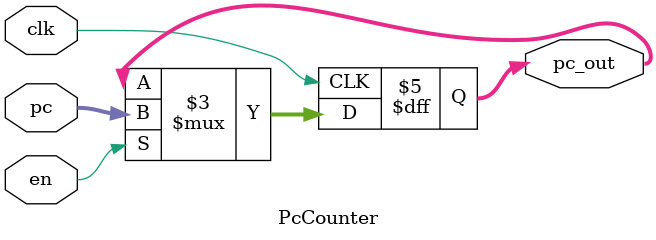
<source format=sv>
module PcCounter(
    input logic clk,
    input logic [31:0] pc,
    input logic en,
    output logic [31:0] pc_out
);
    initial begin
        pc_out = 32'h0;
    end
    always_ff @(posedge clk) begin
        if (en) begin
         pc_out <= pc;
        end
    end
endmodule
</source>
